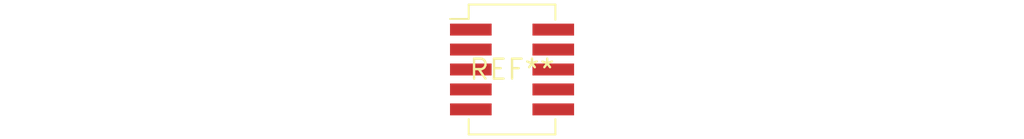
<source format=kicad_pcb>
(kicad_pcb (version 20240108) (generator pcbnew)
  (layers (0 "F.Cu" signal) (31 "B.Cu" signal) (34 "B.Paste" user) (35 "F.Paste" user) (36 "B.SilkS" user "B.Silkscreen") (37 "F.SilkS" user "F.Silkscreen") (38 "B.Mask" user) (39 "F.Mask" user) (44 "Edge.Cuts" user))
  (net 0 "")
  (footprint "SW_DIP_SPSTx05_Slide_KingTek_DSHP05TJ_W5.25mm_P1.27mm_JPin" (layer "F.Cu") (at 0 0)
    (property "Reference" "REF**")
    (property "Value" "SW_DIP_SPSTx05_Slide_KingTek_DSHP05TJ_W5.25mm_P1.27mm_JPin")
    (fp_line (start -3.951 -3.22) (end -2.761 -3.22) (layer "F.SilkS") (stroke (width 0.12)))
    (fp_line (start -2.761 -4.135) (end -2.761 -3.22) (layer "F.SilkS") (stroke (width 0.12)))
    (fp_line (start -2.761 -4.135) (end 2.76 -4.135) (layer "F.SilkS") (stroke (width 0.12)))
    (fp_line (start -2.761 3.16) (end -2.761 4.135) (layer "F.SilkS") (stroke (width 0.12)))
    (fp_line (start -2.761 4.135) (end 2.76 4.135) (layer "F.SilkS") (stroke (width 0.12)))
    (fp_line (start 2.76 -4.135) (end 2.76 -3.16) (layer "F.SilkS") (stroke (width 0.12)))
    (fp_line (start 2.76 3.16) (end 2.76 4.135) (layer "F.SilkS") (stroke (width 0.12)))
    (pad "1" smd rect (at -2.625 -2.54) (size 2.65 0.76) (layers "F.Cu" "F.Paste" "F.Mask"))
    (pad "2" smd rect (at -2.625 -1.27) (size 2.65 0.76) (layers "F.Cu" "F.Paste" "F.Mask"))
    (pad "3" smd rect (at -2.625 0) (size 2.65 0.76) (layers "F.Cu" "F.Paste" "F.Mask"))
    (pad "4" smd rect (at -2.625 1.27) (size 2.65 0.76) (layers "F.Cu" "F.Paste" "F.Mask"))
    (pad "5" smd rect (at -2.625 2.54) (size 2.65 0.76) (layers "F.Cu" "F.Paste" "F.Mask"))
    (pad "6" smd rect (at 2.625 2.54) (size 2.65 0.76) (layers "F.Cu" "F.Paste" "F.Mask"))
    (pad "7" smd rect (at 2.625 1.27) (size 2.65 0.76) (layers "F.Cu" "F.Paste" "F.Mask"))
    (pad "8" smd rect (at 2.625 0) (size 2.65 0.76) (layers "F.Cu" "F.Paste" "F.Mask"))
    (pad "9" smd rect (at 2.625 -1.27) (size 2.65 0.76) (layers "F.Cu" "F.Paste" "F.Mask"))
    (pad "10" smd rect (at 2.625 -2.54) (size 2.65 0.76) (layers "F.Cu" "F.Paste" "F.Mask"))
  )
)
</source>
